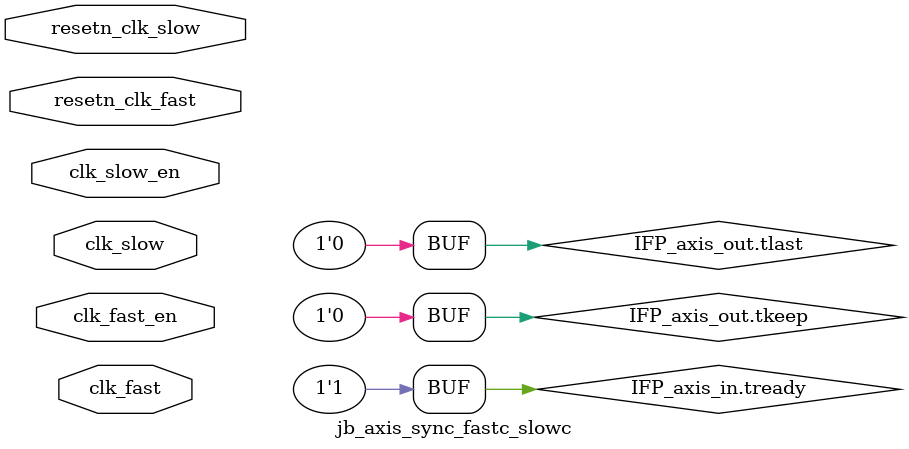
<source format=sv>

 module jb_axis_sync_fastc_slowc #(
      parameter  FAST_TO_SLOW_RATIO=4,
      parameter  FAST_TO_SLOW_RATIO_BW=2,
      parameter  DATA_BW=32,
      parameter  ILA_EN=0,
      parameter  USR_ID_BW=2
   ) (

      input clk_slow_en,
      input clk_fast_en,
      input clk_slow,
      input clk_fast,
      input resetn_clk_fast,
      input resetn_clk_slow,

      
      jb_axi4_stream_if.slave IFP_axis_in,

      
      jb_axi4_stream_if.master IFP_axis_out //{q,i}- cocatenated
      
      
      );

  
   
   logic [DATA_BW-1:0]   tdata_d;
   logic [USR_ID_BW-1:0]   tuser_d;
   
   logic    tvalid_d;
   logic [FAST_TO_SLOW_RATIO_BW-1:0] clk_fast_cntr;
   logic 			     enable_cntr;
   
     //to start the counter
    always_ff @(posedge clk_fast) begin
        if (!resetn_clk_fast) begin
            enable_cntr <= 1'b0;
        end
        else if (clk_fast_en) begin
            if (IFP_axis_in.tvalid) begin
                enable_cntr <= 1'b1;
            end 
        end
    end
   
   jb_cntr #(
      .COUNT_WIDTH(FAST_TO_SLOW_RATIO_BW)
   ) u_jb_fast_cntr (
      .clk(clk_fast),
      .resetn(resetn_clk_fast & (!IFP_axis_in.tvalid)),
      .enable (enable_cntr & clk_fast_en), //tvalid aligns with cnt=0
      .max_value(FAST_TO_SLOW_RATIO-1),
      .cntr(clk_fast_cntr)
    );

    //save data, user id, 
    always_ff @(posedge clk_fast) begin
        if (!resetn_clk_fast) begin
            tvalid_d <= 1'b0;
            tdata_d <= 0;
            tuser_d <= 0;
        end
        else if (clk_fast_en) begin
            if (IFP_axis_in.tvalid) begin
                tvalid_d <= 1'b1;
                tdata_d <= IFP_axis_in.tdata;
                tuser_d <= IFP_axis_in.tuser;
            end
            else if ( clk_fast_cntr == FAST_TO_SLOW_RATIO-1) begin //only needed for 
                tvalid_d <= 1'b0;
            end
	   
        end
    end
    
    always @(posedge clk_slow) begin
        if (!resetn_clk_slow) begin
            IFP_axis_out.tdata <= 1'b0;
            IFP_axis_out.tuser <= 0;
            IFP_axis_out.tvalid<=1'b0;   
        end
        else if (clk_slow_en) begin
            if (tvalid_d) begin
                IFP_axis_out.tdata<=tdata_d;
                IFP_axis_out.tuser <= tuser_d;
            end
            IFP_axis_out.tvalid<=tvalid_d;
        end
   end // always @ (posedge clk)

   assign IFP_axis_out.tkeep = 0;
   assign IFP_axis_out.tlast = 1'b0;
   assign IFP_axis_in.tready = 1'b1;
 /*  
   generate
      if (ILA_EN==1) begin : ila_dbg_en
    ila_0 u_ila_ul_dfe_in (
	   .clk(clk_fast), // input wire clk
	   .probe0(tvalid_d), // input wire [0:0]  probe0  
	   .probe1(clk_fast_cntr), // input wire [1:0]  probe1 
	   .probe2(tdata_d) // input wire [31:0]  probe2
         );

   
      end : ila_dbg_en
   endgenerate
*/   
endmodule // jb_axis_sync_fastc_lowc

</source>
